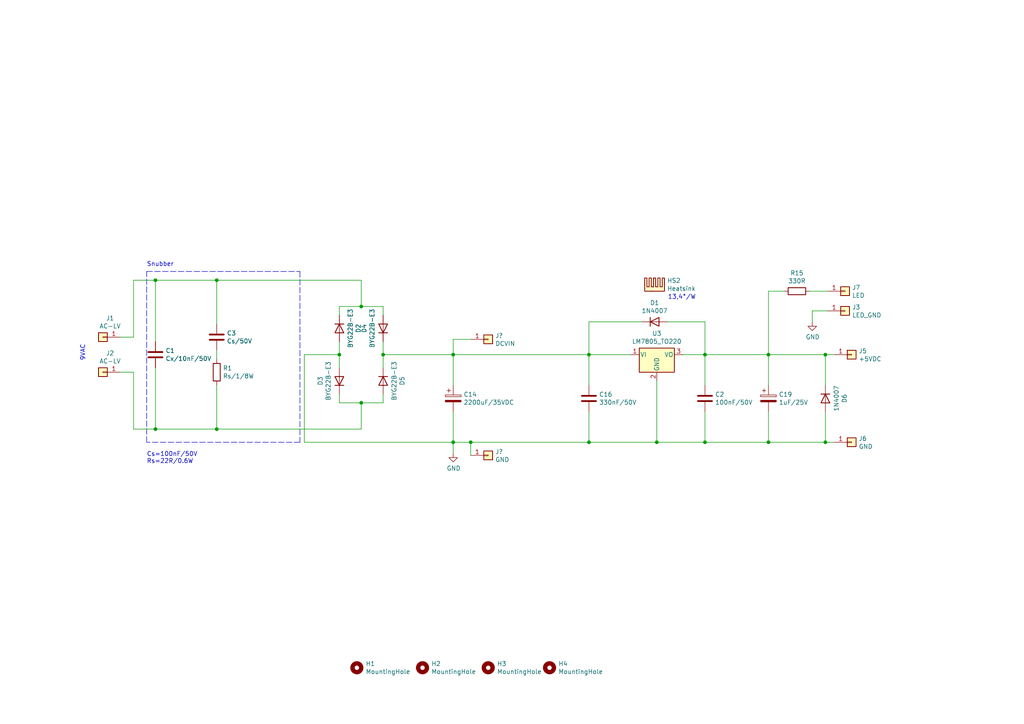
<source format=kicad_sch>
(kicad_sch (version 20211123) (generator eeschema)
  (paper "A4")
  (title_block (title "LV Simple Power Supply 7805") (date "2022-10-05") (rev "1"))
  (lib_symbols
    (symbol "Connector_Generic:Conn_01x01" (pin_names (offset 1.016) hide)
      (property "Reference" "J" (at 0 2.54 0))
      (property "Value" "Conn_01x01" (at 0 -2.54 0))
      (symbol "Conn_01x01_1_1"
        (rectangle (start -1.27 0.127) (end 0 -0.127) (stroke (width 0.1524)))
        (rectangle (start -1.27 1.27) (end 1.27 -1.27) (stroke (width 0.254)) (fill (type background)))
        (pin passive line (at -5.08 0 0) (length 3.81) (name "Pin_1") (number "1"))
      )
    )
    (symbol "Device:C" (pin_numbers hide) (pin_names (offset 0.254))
      (property "Reference" "C" (at 0.635 2.54 0))
      (property "Value" "C" (at 0.635 -2.54 0))
      (symbol "C_0_1"
        (polyline (pts (xy -2.032 -0.762) (xy 2.032 -0.762)) (stroke (width 0.508)))
        (polyline (pts (xy -2.032 0.762) (xy 2.032 0.762)) (stroke (width 0.508)))
      )
      (symbol "C_1_1"
        (pin passive line (at 0 3.81 270) (length 2.794) (name "~") (number "1"))
        (pin passive line (at 0 -3.81 90) (length 2.794) (name "~") (number "2"))
      )
    )
    (symbol "Device:C_Polarized" (pin_numbers hide) (pin_names (offset 0.254))
      (property "Reference" "C" (at 0.635 2.54 0))
      (property "Value" "C_Polarized" (at 0.635 -2.54 0))
      (symbol "C_Polarized_0_1"
        (rectangle (start -2.286 0.508) (end 2.286 1.016))
        (polyline (pts (xy -1.778 2.286) (xy -0.762 2.286)))
        (polyline (pts (xy -1.27 2.794) (xy -1.27 1.778)))
        (rectangle (start 2.286 -0.508) (end -2.286 -1.016) (fill (type outline)))
      )
      (symbol "C_Polarized_1_1"
        (pin passive line (at 0 3.81 270) (length 2.794) (name "~") (number "1"))
        (pin passive line (at 0 -3.81 90) (length 2.794) (name "~") (number "2"))
      )
    )
    (symbol "Device:D" (pin_numbers hide) (pin_names (offset 1.016) hide)
      (property "Reference" "D" (at 0 2.54 0))
      (property "Value" "D" (at 0 -2.54 0))
      (symbol "D_0_1"
        (polyline (pts (xy -1.27 1.27) (xy -1.27 -1.27)) (stroke (width 0.254)))
        (polyline (pts (xy 1.27 0) (xy -1.27 0)))
        (polyline (pts (xy 1.27 1.27) (xy 1.27 -1.27) (xy -1.27 0) (xy 1.27 1.27)) (stroke (width 0.254)))
      )
      (symbol "D_1_1"
        (pin passive line (at -3.81 0 0) (length 2.54) (name "K") (number "1"))
        (pin passive line (at 3.81 0 180) (length 2.54) (name "A") (number "2"))
      )
    )
    (symbol "Device:R" (pin_numbers hide) (pin_names (offset 0))
      (property "Reference" "R" (at 2.032 0 90))
      (property "Value" "R" (at 0 0 90))
      (symbol "R_0_1"
        (rectangle (start -1.016 -2.54) (end 1.016 2.54) (stroke (width 0.254)))
      )
      (symbol "R_1_1"
        (pin passive line (at 0 3.81 270) (length 1.27) (name "~") (number "1"))
        (pin passive line (at 0 -3.81 90) (length 1.27) (name "~") (number "2"))
      )
    )
    (symbol "Diode:1N4007" (pin_numbers hide) (pin_names (offset 1.016) hide)
      (property "Reference" "D" (at 0 2.54 0))
      (property "Value" "1N4007" (at 0 -2.54 0))
      (symbol "1N4007_0_1"
        (polyline (pts (xy -1.27 1.27) (xy -1.27 -1.27)) (stroke (width 0.254)))
        (polyline (pts (xy 1.27 0) (xy -1.27 0)))
        (polyline (pts (xy 1.27 1.27) (xy 1.27 -1.27) (xy -1.27 0) (xy 1.27 1.27)) (stroke (width 0.254)))
      )
      (symbol "1N4007_1_1"
        (pin passive line (at -3.81 0 0) (length 2.54) (name "K") (number "1"))
        (pin passive line (at 3.81 0 180) (length 2.54) (name "A") (number "2"))
      )
    )
    (symbol "Mechanical:Heatsink" (pin_names (offset 1.016))
      (property "Reference" "HS" (at 0 5.08 0))
      (property "Value" "Heatsink" (at 0 -1.27 0))
      (symbol "Heatsink_0_1"
        (polyline (pts (xy -0.3302 1.27) (xy -0.9652 1.27) (xy -0.9652 3.81) (xy -1.6002 3.81) (xy -1.6002 1.27) (xy -2.2352 1.27) (xy -2.2352 3.81) (xy -2.8702 3.81) (xy -2.8702 0) (xy -0.9652 0)) (stroke (width 0.254)) (fill (type background)))
        (polyline (pts (xy -0.3302 1.27) (xy -0.3302 3.81) (xy 0.3048 3.81) (xy 0.3048 1.27) (xy 0.9398 1.27) (xy 0.9398 3.81) (xy 1.5748 3.81) (xy 1.5748 1.27) (xy 2.2098 1.27) (xy 2.2098 3.81) (xy 2.8448 3.81) (xy 2.8448 0) (xy -0.9652 0)) (stroke (width 0.254)) (fill (type background)))
      )
    )
    (symbol "Mechanical:MountingHole" (pin_names (offset 1.016))
      (property "Reference" "H" (at 0 5.08 0))
      (property "Value" "MountingHole" (at 0 3.175 0))
      (symbol "MountingHole_0_1"
        (circle (center 0 0) (radius 1.27) (stroke (width 1.27)))
      )
    )
    (symbol "Regulator_Linear:LM7805_TO220" (pin_names (offset 0.254))
      (property "Reference" "U" (at -3.81 3.175 0))
      (property "Value" "LM7805_TO220" (at 0 3.175 0))
      (symbol "LM7805_TO220_0_1"
        (rectangle (start -5.08 1.905) (end 5.08 -5.08) (stroke (width 0.254)) (fill (type background)))
      )
      (symbol "LM7805_TO220_1_1"
        (pin power_in line (at -7.62 0 0) (length 2.54) (name "VI") (number "1"))
        (pin power_in line (at 0 -7.62 90) (length 2.54) (name "GND") (number "2"))
        (pin power_out line (at 7.62 0 180) (length 2.54) (name "VO") (number "3"))
      )
    )
    (symbol "power:GND" (power) (pin_names (offset 0))
      (property "Value" "GND" (at 0 -3.81 0))
      (symbol "GND_0_1"
        (polyline (pts (xy 0 0) (xy 0 -1.27) (xy 1.27 -1.27) (xy 0 -2.54) (xy -1.27 -1.27) (xy 0 -1.27)))
      )
      (symbol "GND_1_1"
        (pin power_in line (at 0 0 270) (length 0) hide (name "GND") (number "1"))
      )
    )
  )
  (junction (at 170.815 128.27))
  (junction (at 62.865 124.46))
  (junction (at 204.47 102.87))
  (junction (at 104.775 116.84))
  (junction (at 131.445 102.87))
  (junction (at 136.525 128.27))
  (junction (at 62.865 81.28))
  (junction (at 239.395 102.87))
  (junction (at 190.5 128.27))
  (junction (at 239.395 128.27))
  (junction (at 222.885 128.27))
  (junction (at 45.085 124.46))
  (junction (at 131.445 128.27))
  (junction (at 170.815 102.87))
  (junction (at 104.775 88.9))
  (junction (at 204.47 128.27))
  (junction (at 111.125 102.87))
  (junction (at 45.085 81.28))
  (junction (at 222.885 102.87))
  (junction (at 98.425 102.87))
  (wire (pts (xy 104.775 124.46) (xy 104.775 116.84)))
  (wire (pts (xy 98.425 88.9) (xy 104.775 88.9)))
  (polyline (pts (xy 42.545 128.27) (xy 42.545 78.74)))
  (wire (pts (xy 222.885 84.455) (xy 222.885 102.87)))
  (wire (pts (xy 131.445 128.27) (xy 131.445 119.38)))
  (wire (pts (xy 170.815 102.87) (xy 182.88 102.87)))
  (wire (pts (xy 98.425 99.06) (xy 98.425 102.87)))
  (wire (pts (xy 222.885 119.38) (xy 222.885 128.27)))
  (wire (pts (xy 38.735 124.46) (xy 45.085 124.46)))
  (wire (pts (xy 34.925 107.95) (xy 38.735 107.95)))
  (wire (pts (xy 136.525 128.27) (xy 136.525 132.08)))
  (wire (pts (xy 239.395 119.38) (xy 239.395 128.27)))
  (wire (pts (xy 62.865 101.6) (xy 62.865 104.14)))
  (wire (pts (xy 88.265 128.27) (xy 88.265 102.87)))
  (wire (pts (xy 131.445 111.76) (xy 131.445 102.87)))
  (wire (pts (xy 235.585 90.17) (xy 235.585 93.345)))
  (wire (pts (xy 38.735 81.28) (xy 45.085 81.28)))
  (wire (pts (xy 241.935 128.27) (xy 239.395 128.27)))
  (wire (pts (xy 222.885 102.87) (xy 239.395 102.87)))
  (wire (pts (xy 170.815 102.87) (xy 170.815 111.76)))
  (wire (pts (xy 204.47 119.38) (xy 204.47 128.27)))
  (wire (pts (xy 104.775 88.9) (xy 111.125 88.9)))
  (wire (pts (xy 193.675 93.345) (xy 204.47 93.345)))
  (wire (pts (xy 131.445 128.27) (xy 136.525 128.27)))
  (wire (pts (xy 131.445 128.27) (xy 88.265 128.27)))
  (wire (pts (xy 34.925 97.79) (xy 38.735 97.79)))
  (wire (pts (xy 111.125 88.9) (xy 111.125 91.44)))
  (wire (pts (xy 190.5 128.27) (xy 204.47 128.27)))
  (wire (pts (xy 170.815 128.27) (xy 190.5 128.27)))
  (wire (pts (xy 222.885 128.27) (xy 239.395 128.27)))
  (wire (pts (xy 62.865 111.76) (xy 62.865 124.46)))
  (wire (pts (xy 45.085 124.46) (xy 45.085 106.68)))
  (wire (pts (xy 170.815 119.38) (xy 170.815 128.27)))
  (wire (pts (xy 190.5 110.49) (xy 190.5 128.27)))
  (wire (pts (xy 111.125 102.87) (xy 131.445 102.87)))
  (wire (pts (xy 104.775 81.28) (xy 104.775 88.9)))
  (wire (pts (xy 62.865 81.28) (xy 45.085 81.28)))
  (wire (pts (xy 204.47 102.87) (xy 222.885 102.87)))
  (wire (pts (xy 111.125 102.87) (xy 111.125 106.68)))
  (wire (pts (xy 136.525 98.425) (xy 131.445 98.425)))
  (wire (pts (xy 186.055 93.345) (xy 170.815 93.345)))
  (wire (pts (xy 131.445 98.425) (xy 131.445 102.87)))
  (wire (pts (xy 222.885 102.87) (xy 222.885 111.76)))
  (wire (pts (xy 170.815 93.345) (xy 170.815 102.87)))
  (wire (pts (xy 62.865 124.46) (xy 45.085 124.46)))
  (wire (pts (xy 88.265 102.87) (xy 98.425 102.87)))
  (wire (pts (xy 234.95 84.455) (xy 240.03 84.455)))
  (wire (pts (xy 131.445 128.27) (xy 131.445 131.445)))
  (wire (pts (xy 62.865 93.98) (xy 62.865 81.28)))
  (wire (pts (xy 98.425 102.87) (xy 98.425 106.68)))
  (wire (pts (xy 38.735 97.79) (xy 38.735 81.28)))
  (wire (pts (xy 204.47 93.345) (xy 204.47 102.87)))
  (wire (pts (xy 136.525 128.27) (xy 170.815 128.27)))
  (wire (pts (xy 111.125 99.06) (xy 111.125 102.87)))
  (wire (pts (xy 98.425 116.84) (xy 98.425 114.3)))
  (wire (pts (xy 38.735 107.95) (xy 38.735 124.46)))
  (wire (pts (xy 62.865 124.46) (xy 104.775 124.46)))
  (polyline (pts (xy 86.995 128.27) (xy 42.545 128.27)))
  (polyline (pts (xy 86.995 78.74) (xy 86.995 128.27)))
  (wire (pts (xy 104.775 81.28) (xy 62.865 81.28)))
  (wire (pts (xy 98.425 88.9) (xy 98.425 91.44)))
  (wire (pts (xy 45.085 81.28) (xy 45.085 99.06)))
  (wire (pts (xy 239.395 102.87) (xy 241.935 102.87)))
  (wire (pts (xy 131.445 102.87) (xy 170.815 102.87)))
  (wire (pts (xy 198.12 102.87) (xy 204.47 102.87)))
  (polyline (pts (xy 42.545 78.74) (xy 86.995 78.74)))
  (wire (pts (xy 227.33 84.455) (xy 222.885 84.455)))
  (wire (pts (xy 239.395 111.76) (xy 239.395 102.87)))
  (wire (pts (xy 104.775 116.84) (xy 111.125 116.84)))
  (wire (pts (xy 204.47 128.27) (xy 222.885 128.27)))
  (wire (pts (xy 98.425 116.84) (xy 104.775 116.84)))
  (wire (pts (xy 204.47 102.87) (xy 204.47 111.76)))
  (wire (pts (xy 111.125 114.3) (xy 111.125 116.84)))
  (wire (pts (xy 240.03 90.17) (xy 235.585 90.17)))
  (text "Snubber" (at 42.545 77.47 0) (effects (font (size 1.27 1.27)) (justify left bottom)))
  (text "9VAC" (at 24.765 104.775 90) (effects (font (size 1.27 1.27)) (justify left bottom)))
  (text "13,4°/W" (at 193.675 86.995 0) (effects (font (size 1.27 1.27)) (justify left bottom)))
  (text "Cs=100nF/50V\nRs=22R/0.6W" (at 42.545 134.62 0) (effects (font (size 1.27 1.27)) (justify left bottom)))
  (symbol (lib_id "Mechanical:MountingHole") (at 122.555 193.675 0) (unit 1)
    (property "Reference" "H2" (at 125.095 192.5066 0) (effects (justify left)))
    (property "Value" "MountingHole" (at 125.095 194.818 0) (effects (justify left)))
    (property "Footprint" "MountingHole:MountingHole_3.2mm_M3" (effects hide))
  )
  (symbol (lib_id "Mechanical:MountingHole") (at 141.605 193.675 0) (unit 1)
    (property "Reference" "H3" (at 144.145 192.5066 0) (effects (justify left)))
    (property "Value" "MountingHole" (at 144.145 194.818 0) (effects (justify left)))
    (property "Footprint" "MountingHole:MountingHole_3.2mm_M3" (effects hide))
  )
  (symbol (lib_id "Mechanical:MountingHole") (at 103.505 193.675 0) (unit 1)
    (property "Reference" "H1" (at 106.045 192.5066 0) (effects (justify left)))
    (property "Value" "MountingHole" (at 106.045 194.818 0) (effects (justify left)))
    (property "Footprint" "MountingHole:MountingHole_3.2mm_M3" (effects hide))
  )
  (symbol (lib_id "Mechanical:MountingHole") (at 159.385 193.675 0) (unit 1)
    (property "Reference" "H4" (at 161.925 192.5066 0) (effects (justify left)))
    (property "Value" "MountingHole" (at 161.925 194.818 0) (effects (justify left)))
    (property "Footprint" "MountingHole:MountingHole_3.2mm_M3" (effects hide))
  )
  (symbol (lib_id "Device:C_Polarized") (at 131.445 115.57 0) (unit 1)
    (property "Reference" "C14" (at 134.4422 114.4016 0) (effects (justify left)))
    (property "Value" "2200uF/35VDC" (at 134.4422 116.713 0) (effects (justify left)))
    (property "Footprint" "Capacitor_THT:CP_Radial_D16.0mm_P7.50mm" (effects hide))
  )
  (symbol (lib_id "Regulator_Linear:LM7805_TO220") (at 190.5 102.87 0) (unit 1)
    (property "Reference" "U3" (at 190.5 96.7232 0))
    (property "Value" "LM7805_TO220" (at 190.5 99.0346 0))
    (property "Footprint" "Package_TO_SOT_THT:TO-220-3_Vertical" (effects hide))
    (property "Datasheet" "https://www.onsemi.cn/PowerSolutions/document/MC7800-D.PDF" (effects hide))
  )
  (symbol (lib_id "Device:C_Polarized") (at 222.885 115.57 0) (unit 1)
    (property "Reference" "C19" (at 225.8822 114.4016 0) (effects (justify left)))
    (property "Value" "1uF/25V" (at 225.8822 116.713 0) (effects (justify left)))
    (property "Footprint" "Capacitor_THT:CP_Radial_D5.0mm_P2.00mm" (effects hide))
  )
  (symbol (lib_id "Connector_Generic:Conn_01x01") (at 247.015 128.27 0) (unit 1)
    (property "Reference" "J6" (at 249.047 127.2032 0) (effects (justify left)))
    (property "Value" "GND" (at 249.047 129.5146 0) (effects (justify left)))
    (property "Footprint" "Connector_Pin:Pin_D1.0mm_L10.0mm" (effects hide))
  )
  (symbol (lib_id "Connector_Generic:Conn_01x01") (at 247.015 102.87 0) (unit 1)
    (property "Reference" "J5" (at 249.047 101.8032 0) (effects (justify left)))
    (property "Value" "+5VDC" (at 249.047 104.1146 0) (effects (justify left)))
    (property "Footprint" "Connector_Pin:Pin_D1.0mm_L10.0mm" (effects hide))
  )
  (symbol (lib_id "Device:C") (at 170.815 115.57 0) (unit 1)
    (property "Reference" "C16" (at 173.736 114.4016 0) (effects (justify left)))
    (property "Value" "330nF/50V" (at 173.736 116.713 0) (effects (justify left)))
    (property "Footprint" "Capacitor_SMD:C_0805_2012Metric_Pad1.18x1.45mm_HandSolder" (effects hide))
  )
  (symbol (lib_id "Device:R") (at 231.14 84.455 270) (unit 1)
    (property "Reference" "R15" (at 231.14 79.1972 90))
    (property "Value" "330R" (at 231.14 81.5086 90))
    (property "Footprint" "Resistor_SMD:R_0805_2012Metric_Pad1.20x1.40mm_HandSolder" (effects hide))
  )
  (symbol (lib_id "Connector_Generic:Conn_01x01") (at 245.11 84.455 0) (unit 1)
    (property "Reference" "J7" (at 247.142 83.3882 0) (effects (justify left)))
    (property "Value" "LED" (at 247.142 85.6996 0) (effects (justify left)))
    (property "Footprint" "Connector_Pin:Pin_D1.0mm_L10.0mm" (effects hide))
  )
  (symbol (lib_id "Mechanical:Heatsink") (at 189.865 84.455 0) (unit 1)
    (property "Reference" "HS2" (at 193.4718 81.3816 0) (effects (justify left)))
    (property "Value" "Heatsink" (at 193.4718 83.693 0) (effects (justify left)))
    (property "Footprint" "Heatsink:Heatsink_Fischer_SK104-STC-STIC_35x13mm_2xDrill2.5mm" (effects hide))
  )
  (symbol (lib_id "Device:D") (at 98.425 95.25 270) (unit 1)
    (property "Reference" "D2" (at 103.9368 95.25 0))
    (property "Value" "BYG22B-E3" (at 101.6254 95.25 0))
    (property "Footprint" "Diode_SMD:D_SMA_Handsoldering" (effects hide))
  )
  (symbol (lib_id "Device:D") (at 98.425 110.49 90) (unit 1)
    (property "Reference" "D3" (at 92.9132 110.49 0))
    (property "Value" "BYG22B-E3" (at 95.2246 110.49 0))
    (property "Footprint" "Diode_SMD:D_SMA_Handsoldering" (effects hide))
  )
  (symbol (lib_id "Device:D") (at 111.125 95.25 90) (unit 1)
    (property "Reference" "D4" (at 105.6132 95.25 0))
    (property "Value" "BYG22B-E3" (at 107.9246 95.25 0))
    (property "Footprint" "Diode_SMD:D_SMA_Handsoldering" (effects hide))
  )
  (symbol (lib_id "Device:D") (at 111.125 110.49 270) (unit 1)
    (property "Reference" "D5" (at 116.6368 110.49 0))
    (property "Value" "BYG22B-E3" (at 114.3254 110.49 0))
    (property "Footprint" "Diode_SMD:D_SMA_Handsoldering" (effects hide))
  )
  (symbol (lib_id "Connector_Generic:Conn_01x01") (at 29.845 97.79 0) (mirror y) (unit 1)
    (property "Reference" "J1" (at 31.9278 92.2782 0))
    (property "Value" "AC-LV" (at 31.9278 94.5896 0))
    (property "Footprint" "Connector_Pin:Pin_D1.0mm_L10.0mm" (effects hide))
  )
  (symbol (lib_id "Connector_Generic:Conn_01x01") (at 29.845 107.95 0) (mirror y) (unit 1)
    (property "Reference" "J2" (at 31.9278 102.4382 0))
    (property "Value" "AC-LV" (at 31.9278 104.7496 0))
    (property "Footprint" "Connector_Pin:Pin_D1.0mm_L10.0mm" (effects hide))
  )
  (symbol (lib_id "Device:C") (at 45.085 102.87 0) (unit 1)
    (property "Reference" "C1" (at 48.006 101.7016 0) (effects (justify left)))
    (property "Value" "Cx/10nF/50V" (at 48.006 104.013 0) (effects (justify left)))
    (property "Footprint" "Capacitor_SMD:C_0805_2012Metric_Pad1.18x1.45mm_HandSolder" (effects hide))
  )
  (symbol (lib_id "Device:C") (at 62.865 97.79 0) (unit 1)
    (property "Reference" "C3" (at 65.786 96.6216 0) (effects (justify left)))
    (property "Value" "Cs/50V" (at 65.786 98.933 0) (effects (justify left)))
    (property "Footprint" "Capacitor_SMD:C_0805_2012Metric_Pad1.18x1.45mm_HandSolder" (effects hide))
  )
  (symbol (lib_id "Device:R") (at 62.865 107.95 0) (unit 1)
    (property "Reference" "R1" (at 64.643 106.7816 0) (effects (justify left)))
    (property "Value" "Rs/1/8W" (at 64.643 109.093 0) (effects (justify left)))
    (property "Footprint" "Resistor_SMD:R_0805_2012Metric_Pad1.20x1.40mm_HandSolder" (effects hide))
  )
  (symbol (lib_id "Connector_Generic:Conn_01x01") (at 245.11 90.17 0) (unit 1)
    (property "Reference" "J3" (at 247.142 89.1032 0) (effects (justify left)))
    (property "Value" "LED_GND" (at 247.142 91.4146 0) (effects (justify left)))
    (property "Footprint" "Connector_Pin:Pin_D1.0mm_L10.0mm" (effects hide))
  )
  (symbol (lib_id "power:GND") (at 235.585 93.345 0) (unit 1)
    (property "Reference" "#PWR0101" (effects hide))
    (property "Value" "GND" (at 235.712 97.7392 0))
  )
  (symbol (lib_id "Connector_Generic:Conn_01x01") (at 141.605 132.08 0) (unit 1)
    (property "Reference" "J?" (at 143.637 131.0132 0) (effects (justify left)))
    (property "Value" "GND" (at 143.637 133.3246 0) (effects (justify left)))
    (property "Footprint" "Connector_Pin:Pin_D1.0mm_L10.0mm" (effects hide))
  )
  (symbol (lib_id "power:GND") (at 131.445 131.445 0) (unit 1)
    (property "Reference" "#PWR0102" (effects hide))
    (property "Value" "GND" (at 131.572 135.8392 0))
  )
  (symbol (lib_id "Device:C") (at 204.47 115.57 0) (unit 1)
    (property "Reference" "C2" (at 207.391 114.4016 0) (effects (justify left)))
    (property "Value" "100nF/50V" (at 207.391 116.713 0) (effects (justify left)))
    (property "Footprint" "Capacitor_SMD:C_0805_2012Metric_Pad1.18x1.45mm_HandSolder" (effects hide))
  )
  (symbol (lib_id "Diode:1N4007") (at 239.395 115.57 270) (unit 1)
    (property "Reference" "D6" (at 244.9068 115.57 0))
    (property "Value" "1N4007" (at 242.5954 115.57 0))
    (property "Footprint" "Diode_SMD:D_SMA_Handsoldering" (effects hide))
    (property "Datasheet" "http://www.vishay.com/docs/88503/1n4001.pdf" (effects hide))
  )
  (symbol (lib_id "Diode:1N4007") (at 189.865 93.345 0) (unit 1)
    (property "Reference" "D1" (at 189.865 87.8332 0))
    (property "Value" "1N4007" (at 189.865 90.1446 0))
    (property "Footprint" "Diode_SMD:D_SMA_Handsoldering" (effects hide))
    (property "Datasheet" "http://www.vishay.com/docs/88503/1n4001.pdf" (effects hide))
  )
  (symbol (lib_id "Connector_Generic:Conn_01x01") (at 141.605 98.425 0) (unit 1)
    (property "Reference" "J?" (at 143.637 97.3582 0) (effects (justify left)))
    (property "Value" "DCVIN" (at 143.637 99.6696 0) (effects (justify left)))
    (property "Footprint" "Connector_Pin:Pin_D1.0mm_L10.0mm" (effects hide))
  )
)
</source>
